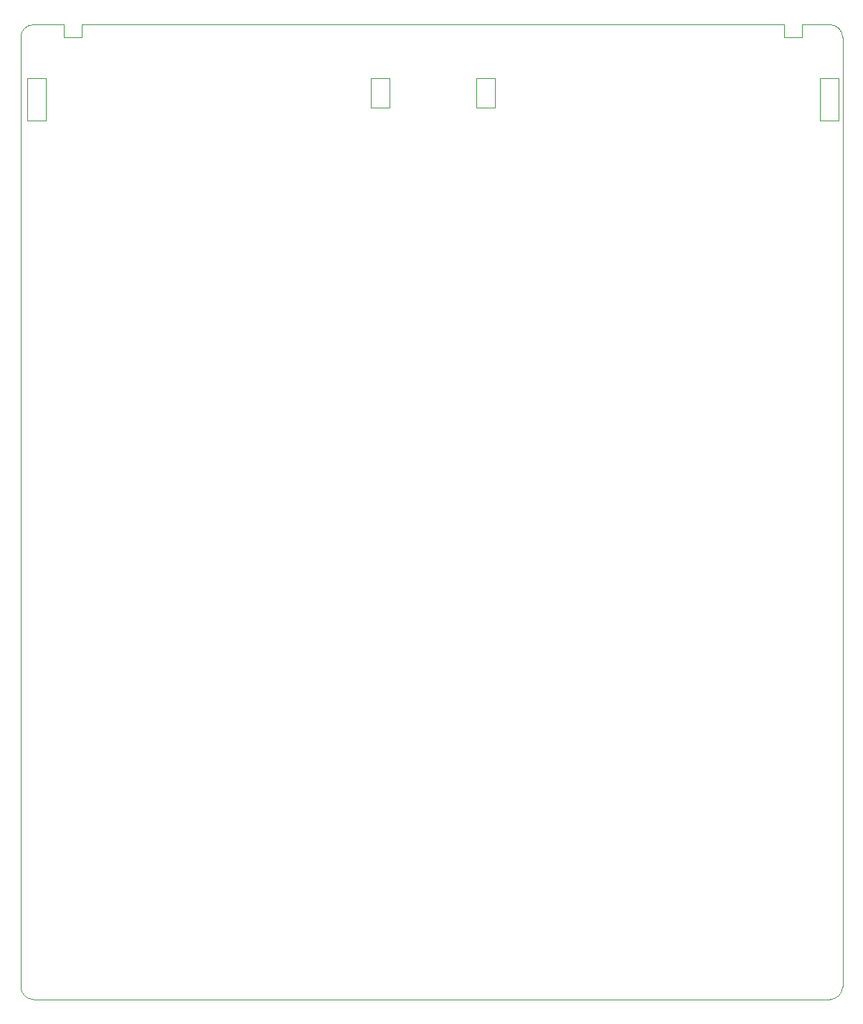
<source format=gm1>
G04 #@! TF.GenerationSoftware,KiCad,Pcbnew,9.0.4*
G04 #@! TF.CreationDate,2025-12-07T20:06:33+10:00*
G04 #@! TF.ProjectId,trove8,74726f76-6538-42e6-9b69-6361645f7063,rev?*
G04 #@! TF.SameCoordinates,Original*
G04 #@! TF.FileFunction,Profile,NP*
%FSLAX46Y46*%
G04 Gerber Fmt 4.6, Leading zero omitted, Abs format (unit mm)*
G04 Created by KiCad (PCBNEW 9.0.4) date 2025-12-07 20:06:33*
%MOMM*%
%LPD*%
G01*
G04 APERTURE LIST*
G04 #@! TA.AperFunction,Profile*
%ADD10C,0.050000*%
G04 #@! TD*
G04 APERTURE END LIST*
D10*
X70240000Y-35830000D02*
X72430000Y-35830000D01*
X74550000Y-29500000D02*
X71000000Y-29500000D01*
X163850000Y-35830000D02*
X166049940Y-35830000D01*
X166500000Y-143000000D02*
G75*
G02*
X165000000Y-144500000I-1500000J0D01*
G01*
X69500000Y-31000000D02*
G75*
G02*
X71000000Y-29500000I1500000J0D01*
G01*
X125440000Y-39320000D02*
X123240000Y-39320000D01*
X165000000Y-29500000D02*
G75*
G02*
X166500000Y-31000000I0J-1500000D01*
G01*
X166049940Y-35830000D02*
X166040000Y-40820000D01*
X163850000Y-40820000D02*
X163850000Y-35830000D01*
X76710000Y-29498158D02*
X159550000Y-29500000D01*
X110840000Y-35830000D02*
X113050000Y-35830000D01*
X125440000Y-35830000D02*
X125440000Y-39320000D01*
X72430000Y-40820000D02*
X70240000Y-40820000D01*
X159550000Y-31000000D02*
X161730000Y-31000000D01*
X159550000Y-29500000D02*
X159550000Y-31000000D01*
X165000000Y-144500000D02*
X71000000Y-144500000D01*
X166500000Y-31000000D02*
X166500000Y-143000000D01*
X70240000Y-40820000D02*
X70240000Y-35830000D01*
X71000000Y-144500000D02*
G75*
G02*
X69500000Y-143000000I0J1500000D01*
G01*
X69500000Y-143000000D02*
X69500000Y-31000000D01*
X161730000Y-29498159D02*
X165000000Y-29500000D01*
X113050000Y-39320000D02*
X110840000Y-39320000D01*
X123240000Y-39320000D02*
X123250000Y-35830000D01*
X161730000Y-31000000D02*
X161730000Y-29498159D01*
X110840000Y-39320000D02*
X110840000Y-35830000D01*
X76710000Y-31010000D02*
X76710000Y-29498158D01*
X166040000Y-40820000D02*
X163850000Y-40820000D01*
X123250000Y-35830000D02*
X125440000Y-35830000D01*
X74550000Y-29500000D02*
X74550000Y-31010000D01*
X113050000Y-35830000D02*
X113050000Y-39320000D01*
X72430000Y-35830000D02*
X72430000Y-40820000D01*
X74550000Y-31010000D02*
X76710000Y-31010000D01*
M02*

</source>
